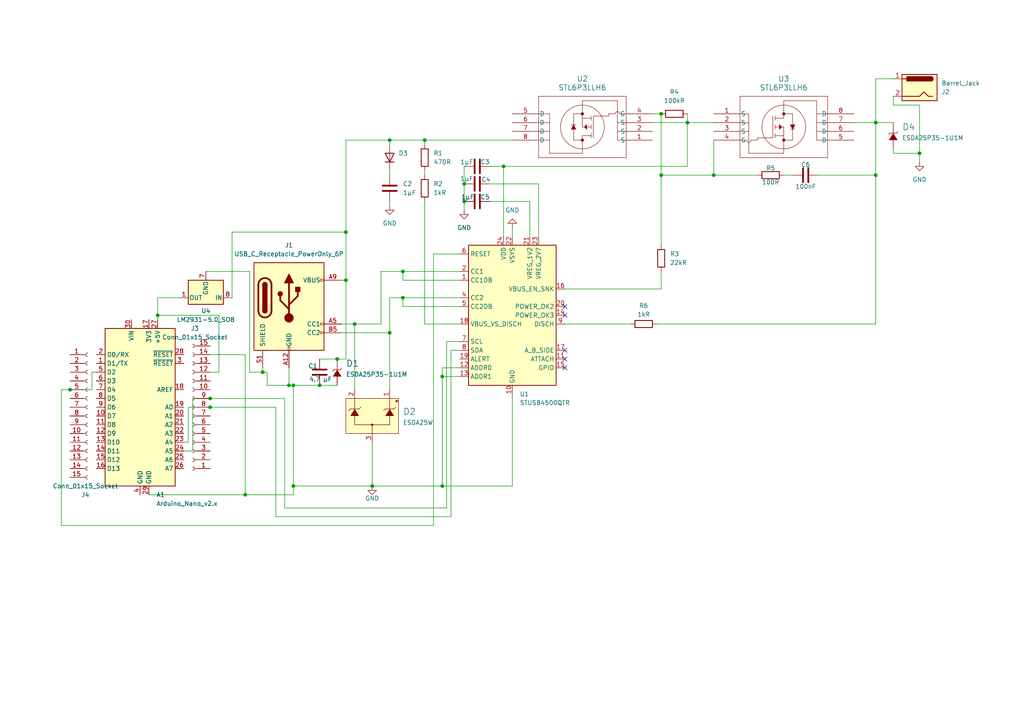
<source format=kicad_sch>
(kicad_sch (version 20250114) (generator "eeschema") (generator_version "9.0")
  (paper "A4")
  (lib_symbols
    (symbol "Connector:Barrel_Jack" (pin_names (offset 1.016))
      (property "Reference" "J" (at 0 5.334 0))
      (property "Value" "Barrel_Jack" (at 0 -5.08 0))
      (symbol "Barrel_Jack_0_1"
        (rectangle (start -5.08 3.81) (end 5.08 -3.81) (stroke (width 0.254)) (fill (type background)))
        (polyline (pts (xy -3.81 -2.54) (xy -2.54 -2.54) (xy -1.27 -1.27) (xy 0 -2.54) (xy 2.54 -2.54) (xy 5.08 -2.54)) (stroke (width 0.254)))
        (arc (start -3.302 1.905) (mid -3.9343 2.54) (end -3.302 3.175) (stroke (width 0.254)))
        (arc (start -3.302 1.905) (mid -3.9343 2.54) (end -3.302 3.175) (stroke (width 0.254)) (fill (type outline)))
        (rectangle (start 3.683 3.175) (end -3.302 1.905) (stroke (width 0.254)) (fill (type outline)))
        (polyline (pts (xy 5.08 2.54) (xy 3.81 2.54)) (stroke (width 0.254)))
      )
      (symbol "Barrel_Jack_1_1"
        (pin passive line (at 7.62 2.54 180) (length 2.54) (name "~") (number "1"))
        (pin passive line (at 7.62 -2.54 180) (length 2.54) (name "~") (number "2"))
      )
    )
    (symbol "Connector:Conn_01x15_Socket" (pin_names (offset 1.016) (hide yes))
      (property "Reference" "J" (at 0 20.32 0))
      (property "Value" "Conn_01x15_Socket" (at 0 -20.32 0))
      (symbol "Conn_01x15_Socket_1_1"
        (polyline (pts (xy -1.27 17.78) (xy -0.508 17.78)) (stroke (width 0.1524)))
        (polyline (pts (xy -1.27 15.24) (xy -0.508 15.24)) (stroke (width 0.1524)))
        (polyline (pts (xy -1.27 12.7) (xy -0.508 12.7)) (stroke (width 0.1524)))
        (polyline (pts (xy -1.27 10.16) (xy -0.508 10.16)) (stroke (width 0.1524)))
        (polyline (pts (xy -1.27 7.62) (xy -0.508 7.62)) (stroke (width 0.1524)))
        (polyline (pts (xy -1.27 5.08) (xy -0.508 5.08)) (stroke (width 0.1524)))
        (polyline (pts (xy -1.27 2.54) (xy -0.508 2.54)) (stroke (width 0.1524)))
        (polyline (pts (xy -1.27 0) (xy -0.508 0)) (stroke (width 0.1524)))
        (polyline (pts (xy -1.27 -2.54) (xy -0.508 -2.54)) (stroke (width 0.1524)))
        (polyline (pts (xy -1.27 -5.08) (xy -0.508 -5.08)) (stroke (width 0.1524)))
        (polyline (pts (xy -1.27 -7.62) (xy -0.508 -7.62)) (stroke (width 0.1524)))
        (polyline (pts (xy -1.27 -10.16) (xy -0.508 -10.16)) (stroke (width 0.1524)))
        (polyline (pts (xy -1.27 -12.7) (xy -0.508 -12.7)) (stroke (width 0.1524)))
        (polyline (pts (xy -1.27 -15.24) (xy -0.508 -15.24)) (stroke (width 0.1524)))
        (polyline (pts (xy -1.27 -17.78) (xy -0.508 -17.78)) (stroke (width 0.1524)))
        (arc (start 0 17.272) (mid -0.5058 17.78) (end 0 18.288) (stroke (width 0.1524)))
        (arc (start 0 14.732) (mid -0.5058 15.24) (end 0 15.748) (stroke (width 0.1524)))
        (arc (start 0 12.192) (mid -0.5058 12.7) (end 0 13.208) (stroke (width 0.1524)))
        (arc (start 0 9.652) (mid -0.5058 10.16) (end 0 10.668) (stroke (width 0.1524)))
        (arc (start 0 7.112) (mid -0.5058 7.62) (end 0 8.128) (stroke (width 0.1524)))
        (arc (start 0 4.572) (mid -0.5058 5.08) (end 0 5.588) (stroke (width 0.1524)))
        (arc (start 0 2.032) (mid -0.5058 2.54) (end 0 3.048) (stroke (width 0.1524)))
        (arc (start 0 -0.508) (mid -0.5058 0) (end 0 0.508) (stroke (width 0.1524)))
        (arc (start 0 -3.048) (mid -0.5058 -2.54) (end 0 -2.032) (stroke (width 0.1524)))
        (arc (start 0 -5.588) (mid -0.5058 -5.08) (end 0 -4.572) (stroke (width 0.1524)))
        (arc (start 0 -8.128) (mid -0.5058 -7.62) (end 0 -7.112) (stroke (width 0.1524)))
        (arc (start 0 -10.668) (mid -0.5058 -10.16) (end 0 -9.652) (stroke (width 0.1524)))
        (arc (start 0 -13.208) (mid -0.5058 -12.7) (end 0 -12.192) (stroke (width 0.1524)))
        (arc (start 0 -15.748) (mid -0.5058 -15.24) (end 0 -14.732) (stroke (width 0.1524)))
        (arc (start 0 -18.288) (mid -0.5058 -17.78) (end 0 -17.272) (stroke (width 0.1524)))
        (pin passive line (at -5.08 17.78 0) (length 3.81) (name "Pin_1") (number "1"))
        (pin passive line (at -5.08 15.24 0) (length 3.81) (name "Pin_2") (number "2"))
        (pin passive line (at -5.08 12.7 0) (length 3.81) (name "Pin_3") (number "3"))
        (pin passive line (at -5.08 10.16 0) (length 3.81) (name "Pin_4") (number "4"))
        (pin passive line (at -5.08 7.62 0) (length 3.81) (name "Pin_5") (number "5"))
        (pin passive line (at -5.08 5.08 0) (length 3.81) (name "Pin_6") (number "6"))
        (pin passive line (at -5.08 2.54 0) (length 3.81) (name "Pin_7") (number "7"))
        (pin passive line (at -5.08 0 0) (length 3.81) (name "Pin_8") (number "8"))
        (pin passive line (at -5.08 -2.54 0) (length 3.81) (name "Pin_9") (number "9"))
        (pin passive line (at -5.08 -5.08 0) (length 3.81) (name "Pin_10") (number "10"))
        (pin passive line (at -5.08 -7.62 0) (length 3.81) (name "Pin_11") (number "11"))
        (pin passive line (at -5.08 -10.16 0) (length 3.81) (name "Pin_12") (number "12"))
        (pin passive line (at -5.08 -12.7 0) (length 3.81) (name "Pin_13") (number "13"))
        (pin passive line (at -5.08 -15.24 0) (length 3.81) (name "Pin_14") (number "14"))
        (pin passive line (at -5.08 -17.78 0) (length 3.81) (name "Pin_15") (number "15"))
      )
    )
    (symbol "Connector:USB_C_Receptacle_PowerOnly_6P" (pin_names (offset 1.016))
      (property "Reference" "J" (at 0 16.51 0))
      (property "Value" "USB_C_Receptacle_PowerOnly_6P" (at 0 13.97 0))
      (symbol "USB_C_Receptacle_PowerOnly_6P_0_0"
        (rectangle (start -0.254 -12.7) (end 0.254 -11.684))
        (rectangle (start 10.16 7.874) (end 9.144 7.366))
        (rectangle (start 10.16 -4.826) (end 9.144 -5.334))
        (rectangle (start 10.16 -7.366) (end 9.144 -7.874))
      )
      (symbol "USB_C_Receptacle_PowerOnly_6P_0_1"
        (rectangle (start -10.16 12.7) (end 10.16 -12.7) (stroke (width 0.254)) (fill (type background)))
        (polyline (pts (xy -8.89 -1.27) (xy -8.89 6.35)) (stroke (width 0.508)))
        (rectangle (start -7.62 -1.27) (end -6.35 6.35) (stroke (width 0.254)) (fill (type outline)))
        (arc (start -7.62 6.35) (mid -6.985 6.9823) (end -6.35 6.35) (stroke (width 0.254)))
        (arc (start -7.62 6.35) (mid -6.985 6.9823) (end -6.35 6.35) (stroke (width 0.254)) (fill (type outline)))
        (arc (start -8.89 6.35) (mid -6.985 8.2467) (end -5.08 6.35) (stroke (width 0.508)))
        (arc (start -5.08 -1.27) (mid -6.985 -3.1667) (end -8.89 -1.27) (stroke (width 0.508)))
        (arc (start -6.35 -1.27) (mid -6.985 -1.9023) (end -7.62 -1.27) (stroke (width 0.254)))
        (arc (start -6.35 -1.27) (mid -6.985 -1.9023) (end -7.62 -1.27) (stroke (width 0.254)) (fill (type outline)))
        (polyline (pts (xy -5.08 6.35) (xy -5.08 -1.27)) (stroke (width 0.508)))
        (circle (center -2.54 3.683) (radius 0.635) (stroke (width 0.254)) (fill (type outline)))
        (polyline (pts (xy -1.27 6.858) (xy 0 9.398) (xy 1.27 6.858) (xy -1.27 6.858)) (stroke (width 0.254)) (fill (type outline)))
        (polyline (pts (xy 0 0.508) (xy 2.54 3.048) (xy 2.54 4.318)) (stroke (width 0.508)))
        (polyline (pts (xy 0 -0.762) (xy -2.54 1.778) (xy -2.54 3.048)) (stroke (width 0.508)))
        (polyline (pts (xy 0 -3.302) (xy 0 6.858)) (stroke (width 0.508)))
        (circle (center 0 -3.302) (radius 1.27) (fill (type outline)))
        (rectangle (start 1.905 4.318) (end 3.175 5.588) (stroke (width 0.254)) (fill (type outline)))
      )
      (symbol "USB_C_Receptacle_PowerOnly_6P_1_1"
        (pin passive line (at -7.62 -17.78 90) (length 5.08) (name "SHIELD") (number "S1"))
        (pin passive line (at 0 -17.78 90) (length 5.08) (name "GND") (number "A12"))
        (pin passive line (at 0 -17.78 90) (length 5.08) (hide yes) (name "GND") (number "B12"))
        (pin passive line (at 15.24 7.62 180) (length 5.08) (name "VBUS") (number "A9"))
        (pin passive line (at 15.24 7.62 180) (length 5.08) (hide yes) (name "VBUS") (number "B9"))
        (pin bidirectional line (at 15.24 -5.08 180) (length 5.08) (name "CC1") (number "A5"))
        (pin bidirectional line (at 15.24 -7.62 180) (length 5.08) (name "CC2") (number "B5"))
      )
    )
    (symbol "Device:C" (pin_numbers (hide yes)) (pin_names (offset 0.254))
      (property "Reference" "C" (at 0.635 2.54 0))
      (property "Value" "C" (at 0.635 -2.54 0))
      (symbol "C_0_1"
        (polyline (pts (xy -2.032 0.762) (xy 2.032 0.762)) (stroke (width 0.508)))
        (polyline (pts (xy -2.032 -0.762) (xy 2.032 -0.762)) (stroke (width 0.508)))
      )
      (symbol "C_1_1"
        (pin passive line (at 0 3.81 270) (length 2.794) (name "~") (number "1"))
        (pin passive line (at 0 -3.81 90) (length 2.794) (name "~") (number "2"))
      )
    )
    (symbol "Device:D" (pin_numbers (hide yes)) (pin_names (offset 1.016) (hide yes))
      (property "Reference" "D" (at 0 2.54 0))
      (property "Value" "D" (at 0 -2.54 0))
      (symbol "D_0_1"
        (polyline (pts (xy -1.27 1.27) (xy -1.27 -1.27)) (stroke (width 0.254)))
        (polyline (pts (xy 1.27 1.27) (xy 1.27 -1.27) (xy -1.27 0) (xy 1.27 1.27)) (stroke (width 0.254)))
        (polyline (pts (xy 1.27 0) (xy -1.27 0)))
      )
      (symbol "D_1_1"
        (pin passive line (at -3.81 0 0) (length 2.54) (name "K") (number "1"))
        (pin passive line (at 3.81 0 180) (length 2.54) (name "A") (number "2"))
      )
    )
    (symbol "Device:R" (pin_numbers (hide yes)) (pin_names (offset 0))
      (property "Reference" "R" (at 2.032 0 90))
      (property "Value" "R" (at 0 0 90))
      (symbol "R_0_1"
        (rectangle (start -1.016 -2.54) (end 1.016 2.54) (stroke (width 0.254)))
      )
      (symbol "R_1_1"
        (pin passive line (at 0 3.81 270) (length 1.27) (name "~") (number "1"))
        (pin passive line (at 0 -3.81 90) (length 1.27) (name "~") (number "2"))
      )
    )
    (symbol "ESDA25P35-1U1M:ESDA25P35-1U1M" (pin_numbers (hide yes)) (pin_names (hide yes))
      (property "Reference" "D" (at -0.254 -6.604 0))
      (property "Value" "ESDA25P35-1U1M" (at -7.874 -6.858 0))
      (symbol "ESDA25P35-1U1M_1_0"
        (polyline (pts (xy 0 -3.81) (xy 0 -3.81) (xy 0 -3.81) (xy 2.032 -2.54) (xy 0 -1.27) (xy 0 -3.81)) (stroke (width -0.0001)) (fill (type outline)))
        (polyline (pts (xy 1.524 -1.27) (xy 2.032 -1.524)))
        (polyline (pts (xy 2.032 -1.524) (xy 2.032 -3.556)))
        (polyline (pts (xy 2.032 -3.556) (xy 2.54 -3.81)))
        (polyline (pts (xy 5.08 -2.54) (xy 2.032 -2.54)))
        (pin passive line (at -2.54 -2.54 0) (length 2.54) (name "A") (number "2"))
        (pin passive line (at 5.08 -2.54 180) (length 0) (name "K") (number "1"))
      )
    )
    (symbol "ESDA25W:ESDA25W" (pin_names (hide yes))
      (property "Reference" "D" (at -0.254 -17.78 0))
      (property "Value" "ESDA25W" (at -0.508 -17.018 0))
      (symbol "ESDA25W_1_0"
        (polyline (pts (xy 0 -2.54) (xy 3.048 -2.54)))
        (circle (center 0.762 -0.508) (radius 0.254) (fill (type outline)))
        (polyline (pts (xy 3.048 -1.27) (xy 2.54 -0.762)))
        (polyline (pts (xy 3.048 -1.27) (xy 3.048 -3.81)))
        (polyline (pts (xy 3.048 -11.43) (xy 2.54 -10.922)))
        (polyline (pts (xy 3.048 -11.43) (xy 3.048 -13.97)))
        (polyline (pts (xy 3.048 -12.7) (xy 0 -12.7)))
        (polyline (pts (xy 3.556 -4.318) (xy 3.048 -3.81)))
        (polyline (pts (xy 3.556 -14.478) (xy 3.048 -13.97)))
        (polyline (pts (xy 5.08 -1.27) (xy 5.08 -3.81) (xy 5.08 -1.27) (xy 3.048 -2.54) (xy 5.08 -3.81) (xy 5.08 -1.27)) (stroke (width -0.0001)) (fill (type outline)))
        (polyline (pts (xy 5.08 -2.54) (xy 7.62 -2.54)))
        (polyline (pts (xy 5.08 -11.43) (xy 5.08 -11.43) (xy 5.08 -11.43) (xy 3.048 -12.7) (xy 5.08 -13.97) (xy 5.08 -11.43)) (stroke (width -0.0001)) (fill (type outline)))
        (circle (center 7.62 -7.62) (radius 0.254) (fill (type outline)))
        (polyline (pts (xy 7.62 -12.7) (xy 5.08 -12.7)))
        (polyline (pts (xy 7.62 -12.7) (xy 7.62 -2.54)))
        (rectangle (start 10.16 0) (end 0 -15.24) (stroke (width 0) (color 128 0 0 1)) (fill (type background)))
        (polyline (pts (xy 10.16 -7.62) (xy 7.62 -7.62)))
        (pin passive line (at -2.54 -2.54 0) (length 2.54) (name "1") (number "1"))
        (pin passive line (at -2.54 -12.7 0) (length 2.54) (name "2") (number "2"))
        (pin passive line (at 12.7 -7.62 180) (length 2.54) (name "3") (number "3"))
      )
    )
    (symbol "Interface_USB:STUSB4500QTR"
      (property "Reference" "U" (at -12.7 21.59 0))
      (property "Value" "STUSB4500QTR" (at 8.89 -21.59 0))
      (symbol "STUSB4500QTR_0_1"
        (rectangle (start -12.7 20.32) (end 12.7 -20.32) (stroke (width 0.254)) (fill (type background)))
      )
      (symbol "STUSB4500QTR_1_1"
        (pin input line (at -15.24 17.78 0) (length 2.54) (name "RESET") (number "6"))
        (pin bidirectional line (at -15.24 12.7 0) (length 2.54) (name "CC1") (number "2"))
        (pin bidirectional line (at -15.24 10.16 0) (length 2.54) (name "CC1DB") (number "1"))
        (pin bidirectional line (at -15.24 5.08 0) (length 2.54) (name "CC2") (number "4"))
        (pin bidirectional line (at -15.24 2.54 0) (length 2.54) (name "CC2DB") (number "5"))
        (pin input line (at -15.24 -2.54 0) (length 2.54) (name "VBUS_VS_DISCH") (number "18"))
        (pin input line (at -15.24 -7.62 0) (length 2.54) (name "SCL") (number "7"))
        (pin bidirectional line (at -15.24 -10.16 0) (length 2.54) (name "SDA") (number "8"))
        (pin open_collector line (at -15.24 -12.7 0) (length 2.54) (name "ALERT") (number "19"))
        (pin input line (at -15.24 -15.24 0) (length 2.54) (name "ADDR0") (number "12"))
        (pin input line (at -15.24 -17.78 0) (length 2.54) (name "ADDR1") (number "13"))
        (pin no_connect line (at -12.7 15.24 0) (length 2.54) (hide yes) (name "NC") (number "3"))
        (pin power_in line (at -2.54 22.86 270) (length 2.54) (name "VDD") (number "24"))
        (pin power_in line (at 0 22.86 270) (length 2.54) (name "VSYS") (number "22"))
        (pin power_in line (at 0 -22.86 90) (length 2.54) (name "GND") (number "10"))
        (pin passive line (at 0 -22.86 90) (length 2.54) (hide yes) (name "GND") (number "25"))
        (pin power_out line (at 5.08 22.86 270) (length 2.54) (name "VREG_1V2") (number "21"))
        (pin power_out line (at 7.62 22.86 270) (length 2.54) (name "VREG_2V7") (number "23"))
        (pin open_collector line (at 15.24 7.62 180) (length 2.54) (name "VBUS_EN_SNK") (number "16"))
        (pin open_collector line (at 15.24 2.54 180) (length 2.54) (name "POWER_OK2") (number "20"))
        (pin open_collector line (at 15.24 0 180) (length 2.54) (name "POWER_OK3") (number "14"))
        (pin bidirectional line (at 15.24 -2.54 180) (length 2.54) (name "DISCH") (number "9"))
        (pin open_collector line (at 15.24 -10.16 180) (length 2.54) (name "A_B_SIDE") (number "17"))
        (pin open_collector line (at 15.24 -12.7 180) (length 2.54) (name "ATTACH") (number "11"))
        (pin open_collector line (at 15.24 -15.24 180) (length 2.54) (name "GPIO") (number "15"))
      )
    )
    (symbol "MCU_Module:Arduino_Nano_v2.x"
      (property "Reference" "A" (at -10.16 23.495 0))
      (property "Value" "Arduino_Nano_v2.x" (at 5.08 -24.13 0))
      (symbol "Arduino_Nano_v2.x_0_1"
        (rectangle (start -10.16 22.86) (end 10.16 -22.86) (stroke (width 0.254)) (fill (type background)))
      )
      (symbol "Arduino_Nano_v2.x_1_1"
        (pin bidirectional line (at -12.7 15.24 0) (length 2.54) (name "D0/RX") (number "2"))
        (pin bidirectional line (at -12.7 12.7 0) (length 2.54) (name "D1/TX") (number "1"))
        (pin bidirectional line (at -12.7 10.16 0) (length 2.54) (name "D2") (number "5"))
        (pin bidirectional line (at -12.7 7.62 0) (length 2.54) (name "D3") (number "6"))
        (pin bidirectional line (at -12.7 5.08 0) (length 2.54) (name "D4") (number "7"))
        (pin bidirectional line (at -12.7 2.54 0) (length 2.54) (name "D5") (number "8"))
        (pin bidirectional line (at -12.7 0 0) (length 2.54) (name "D6") (number "9"))
        (pin bidirectional line (at -12.7 -2.54 0) (length 2.54) (name "D7") (number "10"))
        (pin bidirectional line (at -12.7 -5.08 0) (length 2.54) (name "D8") (number "11"))
        (pin bidirectional line (at -12.7 -7.62 0) (length 2.54) (name "D9") (number "12"))
        (pin bidirectional line (at -12.7 -10.16 0) (length 2.54) (name "D10") (number "13"))
        (pin bidirectional line (at -12.7 -12.7 0) (length 2.54) (name "D11") (number "14"))
        (pin bidirectional line (at -12.7 -15.24 0) (length 2.54) (name "D12") (number "15"))
        (pin bidirectional line (at -12.7 -17.78 0) (length 2.54) (name "D13") (number "16"))
        (pin power_in line (at -2.54 25.4 270) (length 2.54) (name "VIN") (number "30"))
        (pin power_in line (at 0 -25.4 90) (length 2.54) (name "GND") (number "4"))
        (pin power_out line (at 2.54 25.4 270) (length 2.54) (name "3V3") (number "17"))
        (pin power_in line (at 2.54 -25.4 90) (length 2.54) (name "GND") (number "29"))
        (pin power_out line (at 5.08 25.4 270) (length 2.54) (name "+5V") (number "27"))
        (pin input line (at 12.7 15.24 180) (length 2.54) (name "~{RESET}") (number "28"))
        (pin input line (at 12.7 12.7 180) (length 2.54) (name "~{RESET}") (number "3"))
        (pin input line (at 12.7 5.08 180) (length 2.54) (name "AREF") (number "18"))
        (pin bidirectional line (at 12.7 0 180) (length 2.54) (name "A0") (number "19"))
        (pin bidirectional line (at 12.7 -2.54 180) (length 2.54) (name "A1") (number "20"))
        (pin bidirectional line (at 12.7 -5.08 180) (length 2.54) (name "A2") (number "21"))
        (pin bidirectional line (at 12.7 -7.62 180) (length 2.54) (name "A3") (number "22"))
        (pin bidirectional line (at 12.7 -10.16 180) (length 2.54) (name "A4") (number "23"))
        (pin bidirectional line (at 12.7 -12.7 180) (length 2.54) (name "A5") (number "24"))
        (pin bidirectional line (at 12.7 -15.24 180) (length 2.54) (name "A6") (number "25"))
        (pin bidirectional line (at 12.7 -17.78 180) (length 2.54) (name "A7") (number "26"))
      )
    )
    (symbol "Regulator_Linear:LM2931-5.0_SO8" (pin_names (offset 0.254))
      (property "Reference" "U" (at -3.81 3.175 0))
      (property "Value" "LM2931-5.0_SO8" (at 0 3.175 0))
      (symbol "LM2931-5.0_SO8_0_1"
        (rectangle (start -5.08 1.905) (end 5.08 -5.08) (stroke (width 0.254)) (fill (type background)))
      )
      (symbol "LM2931-5.0_SO8_1_1"
        (pin power_in line (at -7.62 0 0) (length 2.54) (name "IN") (number "8"))
        (pin no_connect line (at -5.08 -2.54 0) (length 2.54) (hide yes) (name "NC") (number "4"))
        (pin passive line (at 0 -7.62 90) (length 2.54) (hide yes) (name "GND") (number "2"))
        (pin passive line (at 0 -7.62 90) (length 2.54) (hide yes) (name "GND") (number "3"))
        (pin passive line (at 0 -7.62 90) (length 2.54) (hide yes) (name "GND") (number "6"))
        (pin power_in line (at 0 -7.62 90) (length 2.54) (name "GND") (number "7"))
        (pin no_connect line (at 5.08 -2.54 180) (length 2.54) (hide yes) (name "NC") (number "5"))
        (pin power_out line (at 7.62 0 180) (length 2.54) (name "OUT") (number "1"))
      )
    )
    (symbol "STL6P3LLH6:STL6P3LLH6" (pin_names (offset 0.254))
      (property "Reference" "U" (at 20.32 10.16 0))
      (property "Value" "STL6P3LLH6" (at 20.32 7.62 0))
      (symbol "STL6P3LLH6_0_1"
        (polyline (pts (xy 7.62 5.08) (xy 7.62 -12.7)) (stroke (width 0.127)))
        (polyline (pts (xy 7.62 0) (xy 10.16 0)) (stroke (width 0.127)))
        (polyline (pts (xy 7.62 -2.54) (xy 10.16 -2.54)) (stroke (width 0.127)))
        (polyline (pts (xy 7.62 -5.08) (xy 10.16 -5.08)) (stroke (width 0.127)))
        (polyline (pts (xy 7.62 -7.62) (xy 9.525 -7.62)) (stroke (width 0.127)))
        (polyline (pts (xy 7.62 -12.7) (xy 33.02 -12.7)) (stroke (width 0.127)))
        (polyline (pts (xy 10.16 0) (xy 10.16 -11.43)) (stroke (width 0.127)))
        (arc (start 10.795 -7.62) (mid 10.16 -8.2522) (end 9.525 -7.62) (stroke (width 0.127)))
        (polyline (pts (xy 10.16 -11.43) (xy 20.32 -11.43)) (stroke (width 0.127)))
        (polyline (pts (xy 10.795 -7.62) (xy 12.7 -7.62)) (stroke (width 0.127)))
        (polyline (pts (xy 12.7 -7.62) (xy 12.7 -6.985)) (stroke (width 0.127)))
        (polyline (pts (xy 17.145 -6.985) (xy 12.7 -6.985)) (stroke (width 0.127)))
        (polyline (pts (xy 17.145 -6.985) (xy 17.145 -0.635)) (stroke (width 0.127)))
        (polyline (pts (xy 17.78 -0.635) (xy 17.78 -1.905)) (stroke (width 0.127)))
        (polyline (pts (xy 17.78 -1.27) (xy 20.32 -1.27)) (stroke (width 0.127)))
        (polyline (pts (xy 17.78 -3.175) (xy 17.78 -4.445)) (stroke (width 0.127)))
        (polyline (pts (xy 17.78 -5.715) (xy 17.78 -6.985)) (stroke (width 0.127)))
        (polyline (pts (xy 17.78 -6.35) (xy 20.32 -6.35)) (stroke (width 0.127)))
        (polyline (pts (xy 19.05 -3.175) (xy 19.05 -4.445)) (stroke (width 0.127)))
        (polyline (pts (xy 19.05 -3.175) (xy 19.685 -3.81) (xy 19.05 -4.445)) (fill (type outline)))
        (polyline (pts (xy 19.685 -3.81) (xy 19.05 -3.175)) (stroke (width 0.127)))
        (polyline (pts (xy 19.685 -3.81) (xy 19.05 -4.445)) (stroke (width 0.127)))
        (polyline (pts (xy 20.32 3.81) (xy 29.845 3.81)) (stroke (width 0.127)))
        (polyline (pts (xy 20.32 0) (xy 22.86 0)) (stroke (width 0.127)))
        (circle (center 20.32 0) (radius 0.254) (stroke (width 0.381)))
        (polyline (pts (xy 20.32 -1.27) (xy 20.32 3.81)) (stroke (width 0.127)))
        (polyline (pts (xy 20.32 -3.81) (xy 17.78 -3.81)) (stroke (width 0.127)))
        (circle (center 20.32 -3.81) (radius 6.35) (stroke (width 0.127)))
        (polyline (pts (xy 20.32 -7.62) (xy 22.86 -7.62)) (stroke (width 0.127)))
        (circle (center 20.32 -7.62) (radius 0.254) (stroke (width 0.381)))
        (polyline (pts (xy 20.32 -11.43) (xy 20.32 -3.81)) (stroke (width 0.127)))
        (polyline (pts (xy 22.225 -3.175) (xy 23.495 -3.175) (xy 22.86 -4.445)) (fill (type outline)))
        (polyline (pts (xy 22.86 -4.445) (xy 22.225 -3.175)) (stroke (width 0.127)))
        (polyline (pts (xy 22.86 -7.62) (xy 22.86 0)) (stroke (width 0.127)))
        (polyline (pts (xy 23.495 -3.175) (xy 22.225 -3.175)) (stroke (width 0.127)))
        (polyline (pts (xy 23.495 -3.175) (xy 22.86 -4.445)) (stroke (width 0.127)))
        (polyline (pts (xy 23.495 -4.445) (xy 22.225 -4.445)) (stroke (width 0.127)))
        (polyline (pts (xy 29.845 0) (xy 33.02 0)) (stroke (width 0.127)))
        (polyline (pts (xy 29.845 -2.54) (xy 33.02 -2.54)) (stroke (width 0.127)))
        (polyline (pts (xy 29.845 -5.08) (xy 33.02 -5.08)) (stroke (width 0.127)))
        (polyline (pts (xy 29.845 -7.62) (xy 29.845 3.81)) (stroke (width 0.127)))
        (polyline (pts (xy 33.02 5.08) (xy 7.62 5.08)) (stroke (width 0.127)))
        (polyline (pts (xy 33.02 -7.62) (xy 29.845 -7.62)) (stroke (width 0.127)))
        (polyline (pts (xy 33.02 -12.7) (xy 33.02 5.08)) (stroke (width 0.127)))
        (pin unspecified line (at 0 0 0) (length 7.62) (name "S") (number "1"))
        (pin unspecified line (at 0 -2.54 0) (length 7.62) (name "S") (number "2"))
        (pin unspecified line (at 0 -5.08 0) (length 7.62) (name "S") (number "3"))
        (pin unspecified line (at 0 -7.62 0) (length 7.62) (name "G") (number "4"))
        (pin unspecified line (at 40.64 0 180) (length 7.62) (name "D") (number "8"))
        (pin unspecified line (at 40.64 -2.54 180) (length 7.62) (name "D") (number "7"))
        (pin unspecified line (at 40.64 -5.08 180) (length 7.62) (name "D") (number "6"))
        (pin unspecified line (at 40.64 -7.62 180) (length 7.62) (name "D") (number "5"))
      )
    )
    (symbol "power:GND" (power) (pin_numbers (hide yes)) (pin_names (offset 0) (hide yes))
      (property "Value" "GND" (at 0 -3.81 0))
      (symbol "GND_0_1"
        (polyline (pts (xy 0 0) (xy 0 -1.27) (xy 1.27 -1.27) (xy 0 -2.54) (xy -1.27 -1.27) (xy 0 -1.27)))
      )
      (symbol "GND_1_1"
        (pin power_in line (at 0 0 270) (length 0) (name "~") (number "1"))
      )
    )
  )
  (junction (at 123.19 40.64))
  (junction (at 97.79 104.14))
  (junction (at 100.33 67.31))
  (junction (at 60.96 118.11))
  (junction (at 134.62 58.42))
  (junction (at 266.7 44.45))
  (junction (at 254 50.8))
  (junction (at 191.77 33.02))
  (junction (at 76.2 107.95))
  (junction (at 60.96 115.57))
  (junction (at 92.71 111.76))
  (junction (at 199.39 35.56))
  (junction (at 113.03 96.52))
  (junction (at 20.32 113.03))
  (junction (at 254 35.56))
  (junction (at 85.09 111.76))
  (junction (at 207.01 50.8))
  (junction (at 100.33 81.28))
  (junction (at 83.82 111.76))
  (junction (at 134.62 53.34))
  (junction (at 116.84 86.36))
  (junction (at 71.12 143.51))
  (junction (at 107.95 140.97))
  (junction (at 191.77 50.8))
  (junction (at 85.09 140.97))
  (junction (at 102.87 93.98))
  (junction (at 128.27 109.22))
  (junction (at 146.05 48.26))
  (junction (at 128.27 140.97))
  (junction (at 113.03 40.64))
  (junction (at 116.84 78.74))
  (junction (at 45.72 91.44))
  (no_connect (at 163.83 101.6))
  (no_connect (at 163.83 104.14))
  (no_connect (at 163.83 88.9))
  (no_connect (at 163.83 91.44))
  (no_connect (at 163.83 106.68))
  (wire (pts (xy 125.73 152.4) (xy 17.78 152.4)))
  (wire (pts (xy 259.08 30.48) (xy 266.7 30.48)))
  (wire (pts (xy 148.59 66.04) (xy 148.59 68.58)))
  (wire (pts (xy 133.35 109.22) (xy 128.27 109.22)))
  (wire (pts (xy 92.71 104.14) (xy 97.79 104.14)))
  (wire (pts (xy 72.39 107.95) (xy 72.39 78.74)))
  (wire (pts (xy 83.82 111.76) (xy 85.09 111.76)))
  (wire (pts (xy 116.84 78.74) (xy 133.35 78.74)))
  (wire (pts (xy 72.39 78.74) (xy 59.69 78.74)))
  (wire (pts (xy 123.19 40.64) (xy 148.59 40.64)))
  (wire (pts (xy 100.33 40.64) (xy 113.03 40.64)))
  (wire (pts (xy 100.33 81.28) (xy 100.33 104.14)))
  (wire (pts (xy 156.21 68.58) (xy 156.21 53.34)))
  (wire (pts (xy 116.84 81.28) (xy 116.84 78.74)))
  (wire (pts (xy 77.47 107.95) (xy 77.47 111.76)))
  (wire (pts (xy 54.61 128.27) (xy 53.34 128.27)))
  (wire (pts (xy 107.95 128.27) (xy 107.95 140.97)))
  (wire (pts (xy 259.08 22.86) (xy 254 22.86)))
  (wire (pts (xy 100.33 81.28) (xy 100.33 67.31)))
  (wire (pts (xy 163.83 93.98) (xy 182.88 93.98)))
  (wire (pts (xy 146.05 68.58) (xy 146.05 48.26)))
  (wire (pts (xy 26.67 113.03) (xy 26.67 107.95)))
  (wire (pts (xy 189.23 33.02) (xy 191.77 33.02)))
  (wire (pts (xy 191.77 50.8) (xy 207.01 50.8)))
  (wire (pts (xy 146.05 48.26) (xy 142.24 48.26)))
  (wire (pts (xy 85.09 143.51) (xy 85.09 140.97)))
  (wire (pts (xy 43.18 143.51) (xy 71.12 143.51)))
  (wire (pts (xy 125.73 73.66) (xy 125.73 152.4)))
  (wire (pts (xy 52.07 86.36) (xy 45.72 86.36)))
  (wire (pts (xy 60.96 102.87) (xy 71.12 102.87)))
  (wire (pts (xy 82.55 115.57) (xy 82.55 147.32)))
  (wire (pts (xy 116.84 86.36) (xy 113.03 86.36)))
  (wire (pts (xy 110.49 78.74) (xy 116.84 78.74)))
  (wire (pts (xy 148.59 140.97) (xy 128.27 140.97)))
  (wire (pts (xy 113.03 58.42) (xy 113.03 59.69)))
  (wire (pts (xy 128.27 140.97) (xy 107.95 140.97)))
  (wire (pts (xy 60.96 115.57) (xy 55.88 115.57)))
  (wire (pts (xy 116.84 88.9) (xy 116.84 86.36)))
  (wire (pts (xy 133.35 88.9) (xy 116.84 88.9)))
  (wire (pts (xy 63.5 107.95) (xy 60.96 107.95)))
  (wire (pts (xy 17.78 113.03) (xy 20.32 113.03)))
  (wire (pts (xy 259.08 44.45) (xy 259.08 43.18)))
  (wire (pts (xy 199.39 35.56) (xy 207.01 35.56)))
  (wire (pts (xy 227.33 50.8) (xy 229.87 50.8)))
  (wire (pts (xy 134.62 48.26) (xy 134.62 53.34)))
  (wire (pts (xy 247.65 35.56) (xy 254 35.56)))
  (wire (pts (xy 254 50.8) (xy 254 93.98)))
  (wire (pts (xy 148.59 114.3) (xy 148.59 140.97)))
  (wire (pts (xy 191.77 83.82) (xy 163.83 83.82)))
  (wire (pts (xy 191.77 50.8) (xy 191.77 71.12)))
  (wire (pts (xy 259.08 27.94) (xy 259.08 30.48)))
  (wire (pts (xy 45.72 91.44) (xy 45.72 92.71)))
  (wire (pts (xy 130.81 101.6) (xy 130.81 149.86)))
  (wire (pts (xy 129.54 99.06) (xy 133.35 99.06)))
  (wire (pts (xy 55.88 130.81) (xy 53.34 130.81)))
  (wire (pts (xy 99.06 93.98) (xy 102.87 93.98)))
  (wire (pts (xy 254 22.86) (xy 254 35.56)))
  (wire (pts (xy 259.08 44.45) (xy 266.7 44.45)))
  (wire (pts (xy 130.81 149.86) (xy 80.01 149.86)))
  (wire (pts (xy 191.77 78.74) (xy 191.77 83.82)))
  (wire (pts (xy 123.19 40.64) (xy 123.19 41.91)))
  (wire (pts (xy 63.5 91.44) (xy 63.5 107.95)))
  (wire (pts (xy 189.23 35.56) (xy 199.39 35.56)))
  (wire (pts (xy 45.72 91.44) (xy 63.5 91.44)))
  (wire (pts (xy 199.39 48.26) (xy 146.05 48.26)))
  (wire (pts (xy 110.49 93.98) (xy 110.49 78.74)))
  (wire (pts (xy 85.09 111.76) (xy 92.71 111.76)))
  (wire (pts (xy 85.09 111.76) (xy 85.09 140.97)))
  (wire (pts (xy 45.72 86.36) (xy 45.72 91.44)))
  (wire (pts (xy 17.78 152.4) (xy 17.78 113.03)))
  (wire (pts (xy 102.87 93.98) (xy 102.87 113.03)))
  (wire (pts (xy 134.62 53.34) (xy 134.62 58.42)))
  (wire (pts (xy 266.7 30.48) (xy 266.7 44.45)))
  (wire (pts (xy 85.09 140.97) (xy 107.95 140.97)))
  (wire (pts (xy 254 50.8) (xy 254 35.56)))
  (wire (pts (xy 134.62 58.42) (xy 134.62 60.96)))
  (wire (pts (xy 83.82 106.68) (xy 83.82 111.76)))
  (wire (pts (xy 102.87 93.98) (xy 110.49 93.98)))
  (wire (pts (xy 113.03 40.64) (xy 123.19 40.64)))
  (wire (pts (xy 20.32 113.03) (xy 26.67 113.03)))
  (wire (pts (xy 133.35 86.36) (xy 116.84 86.36)))
  (wire (pts (xy 71.12 143.51) (xy 85.09 143.51)))
  (wire (pts (xy 60.96 118.11) (xy 54.61 118.11)))
  (wire (pts (xy 133.35 81.28) (xy 116.84 81.28)))
  (wire (pts (xy 128.27 106.68) (xy 128.27 109.22)))
  (wire (pts (xy 55.88 115.57) (xy 55.88 130.81)))
  (wire (pts (xy 254 35.56) (xy 259.08 35.56)))
  (wire (pts (xy 133.35 93.98) (xy 123.19 93.98)))
  (wire (pts (xy 133.35 106.68) (xy 128.27 106.68)))
  (wire (pts (xy 207.01 50.8) (xy 219.71 50.8)))
  (wire (pts (xy 97.79 104.14) (xy 100.33 104.14)))
  (wire (pts (xy 237.49 50.8) (xy 254 50.8)))
  (wire (pts (xy 153.67 58.42) (xy 142.24 58.42)))
  (wire (pts (xy 76.2 107.95) (xy 72.39 107.95)))
  (wire (pts (xy 80.01 118.11) (xy 80.01 149.86)))
  (wire (pts (xy 113.03 49.53) (xy 113.03 50.8)))
  (wire (pts (xy 71.12 102.87) (xy 71.12 143.51)))
  (wire (pts (xy 82.55 115.57) (xy 60.96 115.57)))
  (wire (pts (xy 92.71 111.76) (xy 97.79 111.76)))
  (wire (pts (xy 153.67 68.58) (xy 153.67 58.42)))
  (wire (pts (xy 123.19 58.42) (xy 123.19 93.98)))
  (wire (pts (xy 113.03 96.52) (xy 113.03 113.03)))
  (wire (pts (xy 156.21 53.34) (xy 142.24 53.34)))
  (wire (pts (xy 266.7 44.45) (xy 266.7 46.99)))
  (wire (pts (xy 133.35 101.6) (xy 130.81 101.6)))
  (wire (pts (xy 99.06 96.52) (xy 113.03 96.52)))
  (wire (pts (xy 67.31 67.31) (xy 100.33 67.31)))
  (wire (pts (xy 113.03 40.64) (xy 113.03 41.91)))
  (wire (pts (xy 82.55 147.32) (xy 129.54 147.32)))
  (wire (pts (xy 26.67 107.95) (xy 27.94 107.95)))
  (wire (pts (xy 133.35 73.66) (xy 125.73 73.66)))
  (wire (pts (xy 207.01 40.64) (xy 207.01 50.8)))
  (wire (pts (xy 123.19 49.53) (xy 123.19 50.8)))
  (wire (pts (xy 199.39 33.02) (xy 199.39 35.56)))
  (wire (pts (xy 77.47 107.95) (xy 76.2 107.95)))
  (wire (pts (xy 128.27 109.22) (xy 128.27 140.97)))
  (wire (pts (xy 77.47 111.76) (xy 83.82 111.76)))
  (wire (pts (xy 190.5 93.98) (xy 254 93.98)))
  (wire (pts (xy 80.01 118.11) (xy 60.96 118.11)))
  (wire (pts (xy 67.31 86.36) (xy 67.31 67.31)))
  (wire (pts (xy 76.2 106.68) (xy 76.2 107.95)))
  (wire (pts (xy 99.06 81.28) (xy 100.33 81.28)))
  (wire (pts (xy 113.03 86.36) (xy 113.03 96.52)))
  (wire (pts (xy 54.61 118.11) (xy 54.61 128.27)))
  (wire (pts (xy 199.39 35.56) (xy 199.39 48.26)))
  (wire (pts (xy 129.54 147.32) (xy 129.54 99.06)))
  (wire (pts (xy 100.33 67.31) (xy 100.33 40.64)))
  (wire (pts (xy 191.77 33.02) (xy 191.77 50.8)))
  (symbol (lib_id "ESDA25P35-1U1M:ESDA25P35-1U1M") (at 95.25 109.22 90) (unit 1)
    (property "Reference" "D1" (at 100.33 105.4099 90) (effects (font (size 1.8288 1.8288)) (justify right)))
    (property "Value" "ESDA25P35-1U1M" (at 100.33 108.5849 90) (effects (justify right)))
    (property "Footprint" "ST_1610:ST_1610" (effects (hide yes)))
    (property "Datasheet" "kicad-embed://esda25p35-1u1m.pdf" (effects (hide yes)))
  )
  (symbol (lib_id "power:GND") (at 113.03 59.69 0) (unit 1)
    (property "Reference" "#PWR02" (effects (hide yes)))
    (property "Value" "GND" (at 113.03 64.77 0))
    (property "Description" "Power symbol creates a global label with name \"GND\" , ground" (effects (hide yes)))
  )
  (symbol (lib_id "power:GND") (at 266.7 46.99 0) (unit 1)
    (property "Reference" "#PWR05" (effects (hide yes)))
    (property "Value" "GND" (at 266.7 52.07 0))
    (property "Description" "Power symbol creates a global label with name \"GND\" , ground" (effects (hide yes)))
  )
  (symbol (lib_id "Device:C") (at 138.43 48.26 90) (unit 1)
    (property "Reference" "C3" (at 140.716 46.99 90))
    (property "Value" "1μF" (at 135.382 46.99 90))
    (property "Footprint" "Capacitor_SMD:C_0603_1608Metric_Pad1.08x0.95mm_HandSolder" (effects (hide yes)))
    (property "Description" "Unpolarized capacitor" (effects (hide yes)))
  )
  (symbol (lib_id "Device:R") (at 186.69 93.98 90) (unit 1)
    (property "Reference" "R6" (at 186.69 88.646 90))
    (property "Value" "1kR" (at 186.69 91.186 90))
    (property "Footprint" "Resistor_SMD:R_0603_1608Metric_Pad0.98x0.95mm_HandSolder" (effects (hide yes)))
    (property "Description" "Resistor" (effects (hide yes)))
  )
  (symbol (lib_id "power:GND") (at 134.62 60.96 0) (unit 1)
    (property "Reference" "#PWR03" (effects (hide yes)))
    (property "Value" "GND" (at 134.62 66.04 0))
    (property "Description" "Power symbol creates a global label with name \"GND\" , ground" (effects (hide yes)))
  )
  (symbol (lib_id "Connector:Conn_01x15_Socket") (at 25.4 120.65 0) (unit 1)
    (property "Reference" "J4" (at 24.765 143.51 0))
    (property "Value" "Conn_01x15_Socket" (at 24.765 140.97 0))
    (property "Footprint" "Connector_PinSocket_2.54mm:PinSocket_1x15_P2.54mm_Vertical" (effects (hide yes)))
    (property "Description" "Generic connector, single row, 01x15, script generated" (effects (hide yes)))
  )
  (symbol (lib_id "Interface_USB:STUSB4500QTR") (at 148.59 91.44 0) (unit 1)
    (property "Reference" "U1" (at 150.7333 114.3 0) (effects (justify left)))
    (property "Value" "STUSB4500QTR" (at 150.7333 116.84 0) (effects (justify left)))
    (property "Footprint" "Package_DFN_QFN:QFN-24-1EP_4x4mm_P0.5mm_EP2.7x2.7mm" (effects (hide yes)))
    (property "Datasheet" "https://www.st.com/resource/en/datasheet/stusb4500.pdf" (effects (hide yes)))
    (property "Description" "Stand-alone USB PD controller (with sink Auto-run mode), QFN-24" (effects (hide yes)))
  )
  (symbol (lib_id "Device:C") (at 113.03 54.61 0) (unit 1)
    (property "Reference" "C2" (at 116.84 53.3399 0) (effects (justify left)))
    (property "Value" "1μF" (at 116.84 55.8799 0) (effects (justify left)))
    (property "Footprint" "Capacitor_SMD:C_0603_1608Metric_Pad1.08x0.95mm_HandSolder" (effects (hide yes)))
    (property "Description" "Unpolarized capacitor" (effects (hide yes)))
  )
  (symbol (lib_id "STL6P3LLH6:STL6P3LLH6") (at 189.23 40.64 180) (unit 1)
    (property "Reference" "U2" (at 168.91 22.86 0) (effects (font (size 1.524 1.524))))
    (property "Value" "STL6P3LLH6" (at 168.91 25.4 0) (effects (font (size 1.524 1.524))))
    (property "Footprint" "STL6P3LLH6:POWERFLAT_3P3X3P3_STM" (effects (hide yes)))
    (property "Datasheet" "https://www.st.com/resource/en/datasheet/stl6p3llh6.pdf" (effects (hide yes)))
  )
  (symbol (lib_id "Connector:Barrel_Jack") (at 266.7 25.4 0) (mirror y) (unit 1)
    (property "Reference" "J2" (at 273.05 26.6701 0) (effects (justify right)))
    (property "Value" "Barrel_Jack" (at 273.05 24.1301 0) (effects (justify right)))
    (property "Footprint" "Connector_BarrelJack:BarrelJack_CUI_PJ-102AH_Horizontal" (effects (hide yes)))
    (property "Description" "DC Barrel Jack" (effects (hide yes)))
  )
  (symbol (lib_id "Regulator_Linear:LM2931-5.0_SO8") (at 59.69 86.36 180) (unit 1)
    (property "Reference" "U4" (at 59.69 90.17 0))
    (property "Value" "LM2931-5.0_SO8" (at 59.69 92.71 0))
    (property "Footprint" "Package_SO:SOIC-8_3.9x4.9mm_P1.27mm" (effects (hide yes)))
    (property "Datasheet" "http://www.ti.com/lit/ds/symlink/lm2931-n.pdf" (effects (hide yes)))
    (property "Description" "Positive 100mA 30V Linear Regulator, Fixed Output 5V, SO-8" (effects (hide yes)))
  )
  (symbol (lib_id "Device:R") (at 191.77 74.93 0) (unit 1)
    (property "Reference" "R3" (at 194.31 73.6599 0) (effects (justify left)))
    (property "Value" "22kR" (at 194.31 76.1999 0) (effects (justify left)))
    (property "Footprint" "Resistor_SMD:R_0603_1608Metric_Pad0.98x0.95mm_HandSolder" (effects (hide yes)))
    (property "Description" "Resistor" (effects (hide yes)))
  )
  (symbol (lib_id "MCU_Module:Arduino_Nano_v2.x") (at 40.64 118.11 0) (unit 1)
    (property "Reference" "A1" (at 45.3233 143.51 0) (effects (justify left)))
    (property "Value" "Arduino_Nano_v2.x" (at 45.3233 146.05 0) (effects (justify left)))
    (property "Footprint" "Module:Arduino_Nano" (effects (hide yes)))
    (property "Datasheet" "https://www.arduino.cc/en/uploads/Main/ArduinoNanoManual23.pdf" (effects (hide yes)))
    (property "Description" "Arduino Nano v2.x" (effects (hide yes)))
  )
  (symbol (lib_id "Device:D") (at 113.03 45.72 90) (unit 1)
    (property "Reference" "D3" (at 115.57 44.4499 90) (effects (justify right)))
    (property "Value" "D" (effects (hide yes)))
    (property "Footprint" "Diode_SMD:D_0603_1608Metric_Pad1.05x0.95mm_HandSolder" (effects (hide yes)))
    (property "Description" "Diode" (effects (hide yes)))
    (property "Sim.Device" "D" (effects (hide yes)))
    (property "Sim.Pins" "1=K 2=A" (effects (hide yes)))
  )
  (symbol (lib_id "Device:R") (at 123.19 45.72 0) (unit 1)
    (property "Reference" "R1" (at 125.73 44.4499 0) (effects (justify left)))
    (property "Value" "470R" (at 125.73 46.9899 0) (effects (justify left)))
    (property "Footprint" "Resistor_SMD:R_0603_1608Metric_Pad0.98x0.95mm_HandSolder" (effects (hide yes)))
    (property "Description" "Resistor" (effects (hide yes)))
  )
  (symbol (lib_id "Device:R") (at 195.58 33.02 90) (unit 1)
    (property "Reference" "R4" (at 195.58 26.67 90))
    (property "Value" "100kR" (at 195.58 29.21 90))
    (property "Footprint" "Resistor_SMD:R_0603_1608Metric_Pad0.98x0.95mm_HandSolder" (effects (hide yes)))
    (property "Description" "Resistor" (effects (hide yes)))
  )
  (symbol (lib_id "Connector:USB_C_Receptacle_PowerOnly_6P") (at 83.82 88.9 0) (unit 1)
    (property "Reference" "J1" (at 83.82 71.12 0))
    (property "Value" "USB_C_Receptacle_PowerOnly_6P" (at 83.82 73.66 0))
    (property "Footprint" "Connector_USB:USB_C_Receptacle_GCT_USB4105-xx-A_16P_TopMnt_Horizontal" (effects (hide yes)))
    (property "Datasheet" "https://www.usb.org/sites/default/files/documents/usb_type-c.zip" (effects (hide yes)))
    (property "Description" "USB Power-Only 6P Type-C Receptacle connector" (effects (hide yes)))
  )
  (symbol (lib_id "power:GND") (at 107.95 140.97 0) (unit 1)
    (property "Reference" "#PWR01" (effects (hide yes)))
    (property "Value" "GND" (at 107.95 144.526 0))
    (property "Description" "Power symbol creates a global label with name \"GND\" , ground" (effects (hide yes)))
  )
  (symbol (lib_id "Device:R") (at 123.19 54.61 0) (unit 1)
    (property "Reference" "R2" (at 125.73 53.3399 0) (effects (justify left)))
    (property "Value" "1kR" (at 125.73 55.8799 0) (effects (justify left)))
    (property "Footprint" "Resistor_SMD:R_0603_1608Metric_Pad0.98x0.95mm_HandSolder" (effects (hide yes)))
    (property "Description" "Resistor" (effects (hide yes)))
  )
  (symbol (lib_id "Device:C") (at 92.71 107.95 0) (unit 1)
    (property "Reference" "C1" (at 89.408 106.172 0) (effects (justify left)))
    (property "Value" "4.7 μF" (at 89.662 109.982 0) (effects (justify left)))
    (property "Footprint" "Capacitor_SMD:C_0603_1608Metric_Pad1.08x0.95mm_HandSolder" (effects (hide yes)))
    (property "Description" "Unpolarized capacitor - VBUS – DEVICE Capacitor CVBUS 4.7 μF Range: 1.0 μF to 10.0 μF" (effects (hide yes)))
  )
  (symbol (lib_id "STL6P3LLH6:STL6P3LLH6") (at 207.01 33.02 0) (unit 1)
    (property "Reference" "U3" (at 227.33 22.86 0) (effects (font (size 1.524 1.524))))
    (property "Value" "STL6P3LLH6" (at 227.33 25.4 0) (effects (font (size 1.524 1.524))))
    (property "Footprint" "STL6P3LLH6:POWERFLAT_3P3X3P3_STM" (effects (hide yes)))
    (property "Datasheet" "https://www.st.com/resource/en/datasheet/stl6p3llh6.pdf" (effects (hide yes)))
  )
  (symbol (lib_id "Device:C") (at 138.43 58.42 90) (unit 1)
    (property "Reference" "C5" (at 140.716 57.15 90))
    (property "Value" "1μF" (at 135.636 57.15 90))
    (property "Footprint" "Capacitor_SMD:C_0603_1608Metric_Pad1.08x0.95mm_HandSolder" (effects (hide yes)))
    (property "Description" "Unpolarized capacitor" (effects (hide yes)))
  )
  (symbol (lib_id "Connector:Conn_01x15_Socket") (at 55.88 118.11 180) (unit 1)
    (property "Reference" "J3" (at 56.515 95.25 0))
    (property "Value" "Conn_01x15_Socket" (at 56.515 97.79 0))
    (property "Footprint" "Connector_PinSocket_2.54mm:PinSocket_1x15_P2.54mm_Vertical" (effects (hide yes)))
    (property "Description" "Generic connector, single row, 01x15, script generated" (effects (hide yes)))
  )
  (symbol (lib_id "ESDA25P35-1U1M:ESDA25P35-1U1M") (at 256.54 40.64 90) (unit 1)
    (property "Reference" "D4" (at 261.62 36.8299 90) (effects (font (size 1.8288 1.8288)) (justify right)))
    (property "Value" "ESDA25P35-1U1M" (at 261.62 40.0049 90) (effects (justify right)))
    (property "Footprint" "ST_1610:ST_1610" (effects (hide yes)))
    (property "Datasheet" "kicad-embed://esda25p35-1u1m.pdf" (effects (hide yes)))
  )
  (symbol (lib_id "Device:C") (at 138.43 53.34 90) (unit 1)
    (property "Reference" "C4" (at 140.97 52.07 90))
    (property "Value" "1μF" (at 135.382 51.816 90))
    (property "Footprint" "Capacitor_SMD:C_0603_1608Metric_Pad1.08x0.95mm_HandSolder" (effects (hide yes)))
    (property "Description" "Unpolarized capacitor" (effects (hide yes)))
  )
  (symbol (lib_id "Device:R") (at 223.52 50.8 270) (unit 1)
    (property "Reference" "R5" (at 223.52 48.768 90))
    (property "Value" "100R" (at 223.52 52.832 90))
    (property "Footprint" "Resistor_SMD:R_0603_1608Metric_Pad0.98x0.95mm_HandSolder" (effects (hide yes)))
    (property "Description" "Resistor" (effects (hide yes)))
  )
  (symbol (lib_id "Device:C") (at 233.68 50.8 90) (unit 1)
    (property "Reference" "C6" (at 233.68 47.752 90))
    (property "Value" "100nF" (at 233.68 54.102 90))
    (property "Footprint" "Capacitor_SMD:C_0603_1608Metric_Pad1.08x0.95mm_HandSolder" (effects (hide yes)))
    (property "Description" "Unpolarized capacitor" (effects (hide yes)))
  )
  (symbol (lib_id "ESDA25W:ESDA25W") (at 115.57 115.57 270) (unit 1)
    (property "Reference" "D2" (at 116.84 119.3799 90) (effects (font (size 1.8288 1.8288)) (justify left)))
    (property "Value" "ESDA25W" (at 116.84 122.5549 90) (effects (justify left)))
    (property "Footprint" "ST_SOT323-3L:ST_SOT323-3L" (effects (hide yes)))
  )
  (symbol (lib_id "power:GND") (at 148.59 66.04 180) (unit 1)
    (property "Reference" "#PWR04" (effects (hide yes)))
    (property "Value" "GND" (at 148.59 60.96 0))
    (property "Description" "Power symbol creates a global label with name \"GND\" , ground" (effects (hide yes)))
  )
)
</source>
